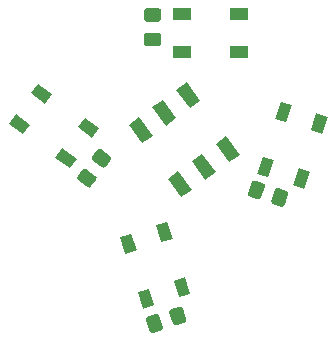
<source format=gbr>
%TF.GenerationSoftware,KiCad,Pcbnew,5.1.8*%
%TF.CreationDate,2021-01-20T11:21:44-05:00*%
%TF.ProjectId,penrosedart,70656e72-6f73-4656-9461-72742e6b6963,rev?*%
%TF.SameCoordinates,Original*%
%TF.FileFunction,Paste,Top*%
%TF.FilePolarity,Positive*%
%FSLAX46Y46*%
G04 Gerber Fmt 4.6, Leading zero omitted, Abs format (unit mm)*
G04 Created by KiCad (PCBNEW 5.1.8) date 2021-01-20 11:21:44*
%MOMM*%
%LPD*%
G01*
G04 APERTURE LIST*
%ADD10C,0.100000*%
%ADD11R,1.500000X1.000000*%
G04 APERTURE END LIST*
%TO.C,C1*%
G36*
G01*
X156016242Y-101795306D02*
X156309808Y-102698810D01*
G75*
G02*
X156149298Y-103013828I-237764J-77254D01*
G01*
X155507334Y-103222414D01*
G75*
G02*
X155192316Y-103061904I-77254J237764D01*
G01*
X154898750Y-102158400D01*
G75*
G02*
X155059260Y-101843382I237764J77254D01*
G01*
X155701224Y-101634796D01*
G75*
G02*
X156016242Y-101795306I77254J-237764D01*
G01*
G37*
G36*
G01*
X157989684Y-101154096D02*
X158283250Y-102057600D01*
G75*
G02*
X158122740Y-102372618I-237764J-77254D01*
G01*
X157480776Y-102581204D01*
G75*
G02*
X157165758Y-102420694I-77254J237764D01*
G01*
X156872192Y-101517190D01*
G75*
G02*
X157032702Y-101202172I237764J77254D01*
G01*
X157674666Y-100993586D01*
G75*
G02*
X157989684Y-101154096I77254J-237764D01*
G01*
G37*
%TD*%
%TO.C,C2*%
G36*
G01*
X151065867Y-87687150D02*
X151834434Y-88245546D01*
G75*
G02*
X151889742Y-88594746I-146946J-202254D01*
G01*
X151492987Y-89140832D01*
G75*
G02*
X151143787Y-89196140I-202254J146946D01*
G01*
X150375220Y-88637744D01*
G75*
G02*
X150319912Y-88288544I146946J202254D01*
G01*
X150716667Y-87742458D01*
G75*
G02*
X151065867Y-87687150I202254J-146946D01*
G01*
G37*
G36*
G01*
X149846213Y-89365860D02*
X150614780Y-89924256D01*
G75*
G02*
X150670088Y-90273456I-146946J-202254D01*
G01*
X150273333Y-90819542D01*
G75*
G02*
X149924133Y-90874850I-202254J146946D01*
G01*
X149155566Y-90316454D01*
G75*
G02*
X149100258Y-89967254I146946J202254D01*
G01*
X149497013Y-89421168D01*
G75*
G02*
X149846213Y-89365860I202254J-146946D01*
G01*
G37*
%TD*%
%TO.C,C3*%
G36*
G01*
X164945808Y-90849190D02*
X164652242Y-91752694D01*
G75*
G02*
X164337224Y-91913204I-237764J77254D01*
G01*
X163695260Y-91704618D01*
G75*
G02*
X163534750Y-91389600I77254J237764D01*
G01*
X163828316Y-90486096D01*
G75*
G02*
X164143334Y-90325586I237764J-77254D01*
G01*
X164785298Y-90534172D01*
G75*
G02*
X164945808Y-90849190I-77254J-237764D01*
G01*
G37*
G36*
G01*
X166919250Y-91490400D02*
X166625684Y-92393904D01*
G75*
G02*
X166310666Y-92554414I-237764J77254D01*
G01*
X165668702Y-92345828D01*
G75*
G02*
X165508192Y-92030810I77254J237764D01*
G01*
X165801758Y-91127306D01*
G75*
G02*
X166116776Y-90966796I237764J-77254D01*
G01*
X166758740Y-91175382D01*
G75*
G02*
X166919250Y-91490400I-77254J-237764D01*
G01*
G37*
%TD*%
%TO.C,C4*%
G36*
G01*
X155923000Y-78968000D02*
X154973000Y-78968000D01*
G75*
G02*
X154723000Y-78718000I0J250000D01*
G01*
X154723000Y-78043000D01*
G75*
G02*
X154973000Y-77793000I250000J0D01*
G01*
X155923000Y-77793000D01*
G75*
G02*
X156173000Y-78043000I0J-250000D01*
G01*
X156173000Y-78718000D01*
G75*
G02*
X155923000Y-78968000I-250000J0D01*
G01*
G37*
G36*
G01*
X155923000Y-76893000D02*
X154973000Y-76893000D01*
G75*
G02*
X154723000Y-76643000I0J250000D01*
G01*
X154723000Y-75968000D01*
G75*
G02*
X154973000Y-75718000I250000J0D01*
G01*
X155923000Y-75718000D01*
G75*
G02*
X156173000Y-75968000I0J-250000D01*
G01*
X156173000Y-76643000D01*
G75*
G02*
X155923000Y-76893000I-250000J0D01*
G01*
G37*
%TD*%
D10*
%TO.C,D1*%
G36*
X155725843Y-94130374D02*
G01*
X156676900Y-93821357D01*
X157140425Y-95247942D01*
X156189368Y-95556959D01*
X155725843Y-94130374D01*
G37*
G36*
X152682462Y-95119229D02*
G01*
X153633519Y-94810212D01*
X154097044Y-96236797D01*
X153145987Y-96545814D01*
X152682462Y-95119229D01*
G37*
G36*
X157240026Y-98790551D02*
G01*
X158191083Y-98481534D01*
X158654608Y-99908119D01*
X157703551Y-100217136D01*
X157240026Y-98790551D01*
G37*
G36*
X154196645Y-99779406D02*
G01*
X155147702Y-99470389D01*
X155611227Y-100896974D01*
X154660170Y-101205991D01*
X154196645Y-99779406D01*
G37*
%TD*%
%TO.C,D2*%
G36*
X164768742Y-88306785D02*
G01*
X165719799Y-88615802D01*
X165256274Y-90042387D01*
X164305217Y-89733370D01*
X164768742Y-88306785D01*
G37*
G36*
X167812123Y-89295640D02*
G01*
X168763180Y-89604657D01*
X168299655Y-91031242D01*
X167348598Y-90722225D01*
X167812123Y-89295640D01*
G37*
G36*
X166282925Y-83646608D02*
G01*
X167233982Y-83955625D01*
X166770457Y-85382210D01*
X165819400Y-85073193D01*
X166282925Y-83646608D01*
G37*
G36*
X169326306Y-84635463D02*
G01*
X170277363Y-84944480D01*
X169813838Y-86371065D01*
X168862781Y-86062048D01*
X169326306Y-84635463D01*
G37*
%TD*%
%TO.C,D3*%
G36*
X147223417Y-88414330D02*
G01*
X147811202Y-87605313D01*
X149024727Y-88486990D01*
X148436942Y-89296007D01*
X147223417Y-88414330D01*
G37*
G36*
X149104330Y-85825476D02*
G01*
X149692115Y-85016459D01*
X150905640Y-85898136D01*
X150317855Y-86707153D01*
X149104330Y-85825476D01*
G37*
G36*
X143259234Y-85534182D02*
G01*
X143847019Y-84725165D01*
X145060544Y-85606842D01*
X144472759Y-86415859D01*
X143259234Y-85534182D01*
G37*
G36*
X145140147Y-82945328D02*
G01*
X145727932Y-82136311D01*
X146941457Y-83017988D01*
X146353672Y-83827005D01*
X145140147Y-82945328D01*
G37*
%TD*%
D11*
%TO.C,D4*%
X162800826Y-79406432D03*
X162800826Y-76206432D03*
X157900826Y-79406432D03*
X157900826Y-76206432D03*
%TD*%
D10*
%TO.C,SW1*%
G36*
X157458999Y-82647554D02*
G01*
X158348918Y-82000991D01*
X159495099Y-83578574D01*
X158605180Y-84225137D01*
X157458999Y-82647554D01*
G37*
G36*
X155436457Y-84117017D02*
G01*
X156326376Y-83470454D01*
X157472557Y-85048037D01*
X156582638Y-85694600D01*
X155436457Y-84117017D01*
G37*
G36*
X153413914Y-85586480D02*
G01*
X154303833Y-84939917D01*
X155450014Y-86517500D01*
X154560095Y-87164063D01*
X153413914Y-85586480D01*
G37*
G36*
X160779986Y-87218500D02*
G01*
X161669905Y-86571937D01*
X162816086Y-88149520D01*
X161926167Y-88796083D01*
X160779986Y-87218500D01*
G37*
G36*
X158757443Y-88687963D02*
G01*
X159647362Y-88041400D01*
X160793543Y-89618983D01*
X159903624Y-90265546D01*
X158757443Y-88687963D01*
G37*
G36*
X156734901Y-90157426D02*
G01*
X157624820Y-89510863D01*
X158771001Y-91088446D01*
X157881082Y-91735009D01*
X156734901Y-90157426D01*
G37*
%TD*%
M02*

</source>
